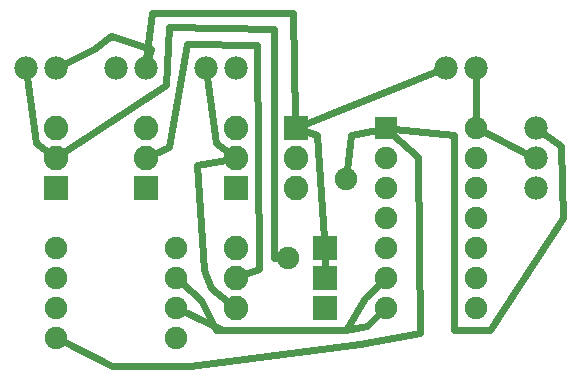
<source format=gbl>
G04 MADE WITH FRITZING*
G04 WWW.FRITZING.ORG*
G04 DOUBLE SIDED*
G04 HOLES PLATED*
G04 CONTOUR ON CENTER OF CONTOUR VECTOR*
%ASAXBY*%
%FSLAX23Y23*%
%MOIN*%
%OFA0B0*%
%SFA1.0B1.0*%
%ADD10C,0.078000*%
%ADD11C,0.075000*%
%ADD12C,0.082000*%
%ADD13C,0.075433*%
%ADD14R,0.082000X0.082000*%
%ADD15R,0.075000X0.075000*%
%ADD16C,0.024000*%
%LNCOPPER0*%
G90*
G70*
G54D10*
X1673Y1070D03*
X1573Y1070D03*
G54D11*
X273Y470D03*
X673Y470D03*
X273Y270D03*
X673Y270D03*
X273Y370D03*
X673Y370D03*
G54D10*
X273Y1070D03*
X173Y1070D03*
X573Y1070D03*
X473Y1070D03*
X873Y1070D03*
X773Y1070D03*
G54D12*
X1171Y470D03*
X873Y470D03*
X1171Y370D03*
X873Y370D03*
X1171Y270D03*
X873Y270D03*
G54D10*
X1873Y870D03*
X1873Y770D03*
X1873Y670D03*
G54D11*
X273Y170D03*
X673Y170D03*
G54D12*
X1073Y870D03*
X1073Y770D03*
X1073Y670D03*
G54D11*
X1373Y870D03*
X1673Y870D03*
X1373Y770D03*
X1673Y770D03*
X1373Y670D03*
X1673Y670D03*
X1373Y570D03*
X1673Y570D03*
X1373Y470D03*
X1673Y470D03*
X1373Y370D03*
X1673Y370D03*
X1373Y270D03*
X1673Y270D03*
G54D12*
X273Y670D03*
X273Y770D03*
X273Y870D03*
X573Y670D03*
X573Y770D03*
X573Y870D03*
X873Y670D03*
X873Y770D03*
X873Y870D03*
G54D13*
X1048Y437D03*
X1240Y701D03*
G54D14*
X1172Y470D03*
X1172Y370D03*
X1172Y270D03*
X1073Y870D03*
G54D15*
X1373Y870D03*
G54D14*
X273Y670D03*
X573Y670D03*
X873Y670D03*
G54D16*
X699Y259D02*
X832Y197D01*
D02*
X832Y197D02*
X1240Y197D01*
D02*
X1240Y197D02*
X1311Y211D01*
D02*
X1311Y211D02*
X1352Y251D01*
D02*
X777Y1041D02*
X808Y821D01*
D02*
X808Y821D02*
X848Y790D01*
D02*
X791Y335D02*
X767Y395D01*
D02*
X848Y290D02*
X791Y335D01*
D02*
X767Y395D02*
X744Y746D01*
D02*
X744Y746D02*
X841Y764D01*
D02*
X903Y382D02*
X952Y400D01*
D02*
X952Y400D02*
X946Y1147D01*
D02*
X946Y1147D02*
X711Y1149D01*
D02*
X711Y1149D02*
X650Y805D01*
D02*
X650Y805D02*
X602Y784D01*
D02*
X177Y1041D02*
X208Y821D01*
D02*
X208Y821D02*
X248Y790D01*
D02*
X1020Y437D02*
X1000Y437D01*
D02*
X1000Y437D02*
X1001Y1199D01*
D02*
X1001Y1199D02*
X650Y1205D01*
D02*
X650Y1205D02*
X640Y1013D01*
D02*
X640Y1013D02*
X300Y788D01*
D02*
X1673Y1040D02*
X1673Y899D01*
D02*
X1846Y784D02*
X1698Y858D01*
D02*
X1171Y438D02*
X1171Y403D01*
D02*
X1103Y860D02*
X1144Y845D01*
D02*
X1144Y845D02*
X1169Y503D01*
D02*
X576Y1100D02*
X594Y1252D01*
D02*
X594Y1252D02*
X1065Y1254D01*
D02*
X1065Y1254D02*
X1072Y903D01*
D02*
X300Y1084D02*
X400Y1133D01*
D02*
X458Y1175D02*
X592Y1133D01*
D02*
X400Y1133D02*
X458Y1175D01*
D02*
X592Y1133D02*
X582Y1099D01*
D02*
X1545Y1059D02*
X1103Y882D01*
D02*
X1259Y845D02*
X1244Y730D01*
D02*
X1345Y864D02*
X1259Y845D01*
D02*
X1897Y853D02*
X1959Y808D01*
D02*
X1959Y808D02*
X1964Y568D01*
D02*
X1964Y568D02*
X1720Y197D01*
D02*
X1720Y197D02*
X1600Y197D01*
D02*
X1600Y197D02*
X1600Y845D01*
D02*
X1600Y845D02*
X1401Y867D01*
D02*
X298Y158D02*
X460Y77D01*
D02*
X460Y77D02*
X721Y75D01*
D02*
X721Y75D02*
X1288Y149D01*
D02*
X1288Y149D02*
X1488Y185D01*
D02*
X1488Y185D02*
X1481Y774D01*
D02*
X1481Y774D02*
X1394Y851D01*
D02*
X1304Y302D02*
X1240Y197D01*
D02*
X1240Y197D02*
X808Y197D01*
D02*
X1353Y350D02*
X1304Y302D01*
D02*
X808Y197D02*
X758Y297D01*
D02*
X758Y297D02*
X695Y352D01*
G04 End of Copper0*
M02*
</source>
